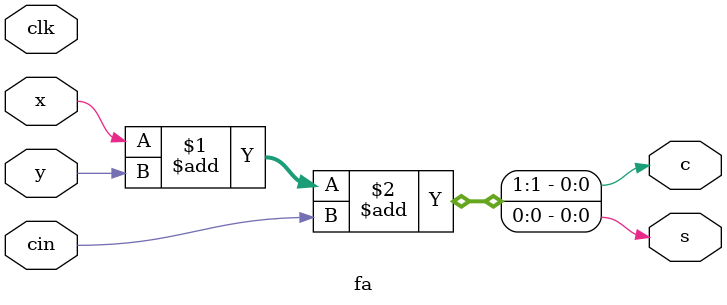
<source format=v>
module top(clk,rst_n,in_valid,x,y,s,c);
    input clk,rst_n,in_valid;
    input [4:0]x,y;
    output reg [4:0]s;
    output reg c;

    reg [4:0] in_x, in_y;
    reg       in_c0,in_c1,in_c2,in_c3,in_c4;
    reg [3:0] counter;

    wire c0,c1,c2,c3,c4;
    wire [4:0] partans;

    always@(posedge clk or negedge rst_n)begin
        if(!rst_n)begin
            in_c0 <= 0;
        end
        else begin
            in_x <= x;
            in_y <= y;
            if(counter == 0)begin
                in_c0 <=0;
            end
            else begin
                in_c0 <= c4;
            end
            if(counter == 7)begin
                in_c1 <= 0;
            end
            else begin
                in_c1 <= c0;
            end
            if(counter == 2)begin
                in_c2 <= 0;
            end
            else begin
                in_c2 <= c1;
            end
            if(counter == 9)begin
                in_c3 <= 0;
            end
            else begin
                in_c3 <= c2;
            end
            if(counter == 4)begin
                in_c4 <= 0;
            end
            else begin
                in_c4 <= c3;
            end
        end
    end

    always@(posedge clk or negedge rst_n)begin
        if(!rst_n)begin
            counter <= 0;
        end
        else if(in_valid)begin
            counter <= counter + 1;
        end
        else begin
            counter <= 0;
        end
    end

    always@(*)begin
        s = partans;
        c = c4;
    end

    fa F0(clk,in_x[0],in_y[0],in_c0,partans[0],c0);
    fa F1(clk,in_x[1],in_y[1],c0,partans[1],c1);
    fa F2(clk,in_x[2],in_y[2],c1,partans[2],c2);
    fa F3(clk,in_x[3],in_y[3],c2,partans[3],c3);
    fa F4(clk,in_x[4],in_y[4],c3,partans[4],c4);

endmodule

module fa(clk,x,y,cin,s,c);
    input clk;
    input x,y,cin;
    output s,c;

    assign {c,s} = x+y+cin;

endmodule
</source>
